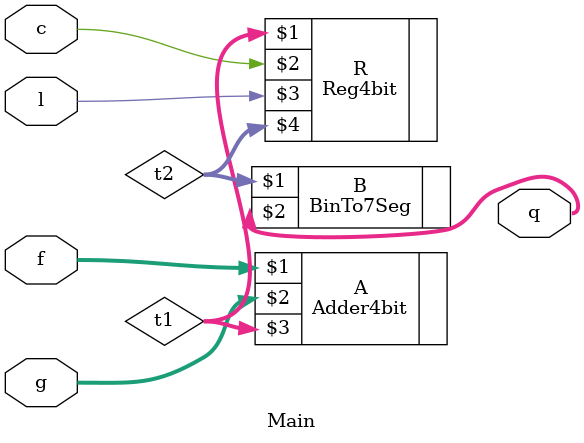
<source format=v>
`timescale 1ns / 1ps
module Main(f, g, l, c, q);
    input [3:0] f;
    input [3:0] g;
    input l;
    input c;
    output [6:0] q;
	 wire [3:0] t1;
	 wire [3:0] t2;
	Adder4bit A(f, g, t1);
	Reg4bit R(t1, c, l, t2);
	BinTo7Seg B(t2, q);
endmodule

</source>
